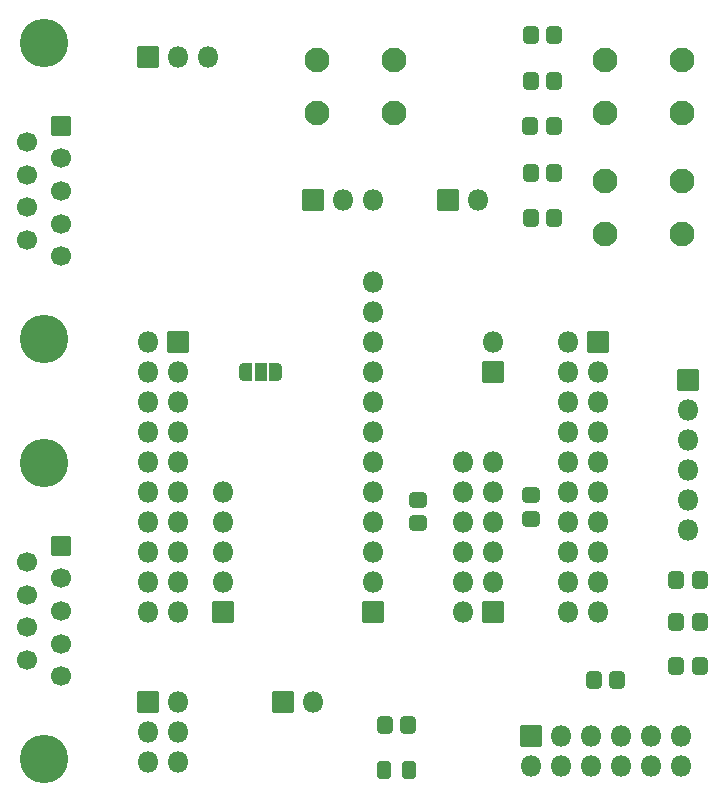
<source format=gts>
%TF.GenerationSoftware,KiCad,Pcbnew,6.0.11-2627ca5db0~126~ubuntu22.04.1*%
%TF.CreationDate,2023-02-25T20:17:50+01:00*%
%TF.ProjectId,MiSTdon,4d695354-646f-46e2-9e6b-696361645f70,rev?*%
%TF.SameCoordinates,Original*%
%TF.FileFunction,Soldermask,Top*%
%TF.FilePolarity,Negative*%
%FSLAX46Y46*%
G04 Gerber Fmt 4.6, Leading zero omitted, Abs format (unit mm)*
G04 Created by KiCad (PCBNEW 6.0.11-2627ca5db0~126~ubuntu22.04.1) date 2023-02-25 20:17:50*
%MOMM*%
%LPD*%
G01*
G04 APERTURE LIST*
G04 Aperture macros list*
%AMRoundRect*
0 Rectangle with rounded corners*
0 $1 Rounding radius*
0 $2 $3 $4 $5 $6 $7 $8 $9 X,Y pos of 4 corners*
0 Add a 4 corners polygon primitive as box body*
4,1,4,$2,$3,$4,$5,$6,$7,$8,$9,$2,$3,0*
0 Add four circle primitives for the rounded corners*
1,1,$1+$1,$2,$3*
1,1,$1+$1,$4,$5*
1,1,$1+$1,$6,$7*
1,1,$1+$1,$8,$9*
0 Add four rect primitives between the rounded corners*
20,1,$1+$1,$2,$3,$4,$5,0*
20,1,$1+$1,$4,$5,$6,$7,0*
20,1,$1+$1,$6,$7,$8,$9,0*
20,1,$1+$1,$8,$9,$2,$3,0*%
%AMFreePoly0*
4,1,37,0.585355,0.785355,0.600000,0.750000,0.600000,-0.750000,0.585355,-0.785355,0.550000,-0.800000,0.000000,-0.800000,-0.012524,-0.794812,-0.080857,-0.793560,-0.094851,-0.791293,-0.230166,-0.749018,-0.242962,-0.742915,-0.360972,-0.664360,-0.371540,-0.654911,-0.462760,-0.546392,-0.470252,-0.534356,-0.527347,-0.404597,-0.531159,-0.390943,-0.548742,-0.256483,-0.547388,-0.256306,-0.550000,-0.250000,
-0.550000,0.250000,-0.549522,0.251153,-0.549368,0.263802,-0.527557,0.403879,-0.523412,0.417435,-0.463164,0.545760,-0.455381,0.557609,-0.361537,0.663867,-0.350741,0.673055,-0.230846,0.748703,-0.217905,0.754492,-0.081598,0.793449,-0.067552,0.795373,-0.011991,0.795033,0.000000,0.800000,0.550000,0.800000,0.585355,0.785355,0.585355,0.785355,$1*%
%AMFreePoly1*
4,1,37,0.012350,0.794884,0.074210,0.794507,0.088231,0.792412,0.224052,0.751793,0.236921,0.745846,0.355883,0.668739,0.366566,0.659420,0.459104,0.552023,0.466742,0.540080,0.525419,0.411028,0.529398,0.397421,0.549495,0.257088,0.550000,0.250000,0.550000,-0.250000,0.549996,-0.250610,0.549847,-0.262826,0.549158,-0.270511,0.525638,-0.410312,0.521328,-0.423818,0.459516,-0.551397,
0.451589,-0.563150,0.356454,-0.668254,0.345546,-0.677309,0.224736,-0.751486,0.211726,-0.757116,0.074953,-0.794405,0.060885,-0.796158,0.011462,-0.795252,0.000000,-0.800000,-0.550000,-0.800000,-0.585355,-0.785355,-0.600000,-0.750000,-0.600000,0.750000,-0.585355,0.785355,-0.550000,0.800000,0.000000,0.800000,0.012350,0.794884,0.012350,0.794884,$1*%
G04 Aperture macros list end*
%ADD10RoundRect,0.050000X0.850000X-0.850000X0.850000X0.850000X-0.850000X0.850000X-0.850000X-0.850000X0*%
%ADD11O,1.800000X1.800000*%
%ADD12C,4.100000*%
%ADD13RoundRect,0.050000X-0.800000X0.800000X-0.800000X-0.800000X0.800000X-0.800000X0.800000X0.800000X0*%
%ADD14C,1.700000*%
%ADD15RoundRect,0.300000X-0.325000X-0.450000X0.325000X-0.450000X0.325000X0.450000X-0.325000X0.450000X0*%
%ADD16RoundRect,0.050000X0.850000X0.850000X-0.850000X0.850000X-0.850000X-0.850000X0.850000X-0.850000X0*%
%ADD17RoundRect,0.300000X-0.350000X-0.450000X0.350000X-0.450000X0.350000X0.450000X-0.350000X0.450000X0*%
%ADD18RoundRect,0.050000X-0.850000X-0.850000X0.850000X-0.850000X0.850000X0.850000X-0.850000X0.850000X0*%
%ADD19C,2.100000*%
%ADD20RoundRect,0.300000X-0.450000X0.350000X-0.450000X-0.350000X0.450000X-0.350000X0.450000X0.350000X0*%
%ADD21FreePoly0,0.000000*%
%ADD22RoundRect,0.050000X-0.500000X-0.750000X0.500000X-0.750000X0.500000X0.750000X-0.500000X0.750000X0*%
%ADD23FreePoly1,0.000000*%
%ADD24RoundRect,0.300000X0.350000X0.450000X-0.350000X0.450000X-0.350000X-0.450000X0.350000X-0.450000X0*%
%ADD25RoundRect,0.300000X0.450000X-0.350000X0.450000X0.350000X-0.450000X0.350000X-0.450000X-0.350000X0*%
G04 APERTURE END LIST*
D10*
%TO.C,J7*%
X153035000Y-113340000D03*
D11*
X155575000Y-113340000D03*
X158115000Y-113340000D03*
X160655000Y-113340000D03*
X163195000Y-113340000D03*
X165735000Y-113340000D03*
X153035000Y-115880000D03*
X155575000Y-115880000D03*
X158115000Y-115880000D03*
X160655000Y-115880000D03*
X163195000Y-115880000D03*
X165735000Y-115880000D03*
%TD*%
D12*
%TO.C,J9*%
X111840331Y-115270000D03*
X111840331Y-90270000D03*
D13*
X113260331Y-97230000D03*
D14*
X113260331Y-100000000D03*
X113260331Y-102770000D03*
X113260331Y-105540000D03*
X113260331Y-108310000D03*
X110420331Y-98615000D03*
X110420331Y-101385000D03*
X110420331Y-104155000D03*
X110420331Y-106925000D03*
%TD*%
D15*
%TO.C,D1*%
X140661000Y-116230000D03*
X142711000Y-116230000D03*
%TD*%
D10*
%TO.C,J10*%
X120665000Y-55855000D03*
D11*
X123205000Y-55855000D03*
X125745000Y-55855000D03*
%TD*%
D16*
%TO.C,J2*%
X139700000Y-102870000D03*
D11*
X139700000Y-100330000D03*
X139700000Y-97790000D03*
X139700000Y-95250000D03*
X139700000Y-92710000D03*
X139700000Y-90170000D03*
X139700000Y-87630000D03*
X139700000Y-85090000D03*
X139700000Y-82550000D03*
X139700000Y-80010000D03*
X139700000Y-77470000D03*
X139700000Y-74930000D03*
%TD*%
D17*
%TO.C,R10*%
X165370000Y-103710000D03*
X167370000Y-103710000D03*
%TD*%
D18*
%TO.C,J6*%
X120650000Y-110490000D03*
D11*
X123190000Y-110490000D03*
X120650000Y-113030000D03*
X123190000Y-113030000D03*
X120650000Y-115570000D03*
X123190000Y-115570000D03*
%TD*%
D17*
%TO.C,R12*%
X140686000Y-112395000D03*
X142686000Y-112395000D03*
%TD*%
D19*
%TO.C,SW4*%
X165810000Y-66330000D03*
X159310000Y-66330000D03*
X165810000Y-70830000D03*
X159310000Y-70830000D03*
%TD*%
D17*
%TO.C,R8*%
X153040000Y-69510000D03*
X155040000Y-69510000D03*
%TD*%
%TO.C,R9*%
X165370000Y-100115000D03*
X167370000Y-100115000D03*
%TD*%
D16*
%TO.C,J3*%
X127000000Y-102870000D03*
D11*
X127000000Y-100330000D03*
X127000000Y-97790000D03*
X127000000Y-95250000D03*
X127000000Y-92710000D03*
%TD*%
D10*
%TO.C,JP4*%
X146050000Y-67945000D03*
D11*
X148590000Y-67945000D03*
%TD*%
D17*
%TO.C,R4*%
X153040000Y-53975000D03*
X155040000Y-53975000D03*
%TD*%
D19*
%TO.C,SW1*%
X134945000Y-56100000D03*
X141445000Y-56100000D03*
X134945000Y-60600000D03*
X141445000Y-60600000D03*
%TD*%
D17*
%TO.C,R7*%
X153040000Y-65700000D03*
X155040000Y-65700000D03*
%TD*%
D20*
%TO.C,R2*%
X153045000Y-92980000D03*
X153045000Y-94980000D03*
%TD*%
D10*
%TO.C,JP3*%
X134620000Y-67945000D03*
D11*
X137160000Y-67945000D03*
X139700000Y-67945000D03*
%TD*%
D18*
%TO.C,J11*%
X166370000Y-83175000D03*
D11*
X166370000Y-85715000D03*
X166370000Y-88255000D03*
X166370000Y-90795000D03*
X166370000Y-93335000D03*
X166370000Y-95875000D03*
%TD*%
D21*
%TO.C,JP2*%
X128875000Y-82550000D03*
D22*
X130175000Y-82550000D03*
D23*
X131475000Y-82550000D03*
%TD*%
D24*
%TO.C,R1*%
X160385000Y-108585000D03*
X158385000Y-108585000D03*
%TD*%
D12*
%TO.C,J8*%
X111840331Y-79710000D03*
X111840331Y-54710000D03*
D13*
X113260331Y-61670000D03*
D14*
X113260331Y-64440000D03*
X113260331Y-67210000D03*
X113260331Y-69980000D03*
X113260331Y-72750000D03*
X110420331Y-63055000D03*
X110420331Y-65825000D03*
X110420331Y-68595000D03*
X110420331Y-71365000D03*
%TD*%
D17*
%TO.C,R6*%
X152997064Y-61730000D03*
X154997064Y-61730000D03*
%TD*%
D19*
%TO.C,SW3*%
X165810000Y-56120000D03*
X159310000Y-56120000D03*
X159310000Y-60620000D03*
X165810000Y-60620000D03*
%TD*%
D17*
%TO.C,R5*%
X153040000Y-57900000D03*
X155040000Y-57900000D03*
%TD*%
%TO.C,R11*%
X165370000Y-107442000D03*
X167370000Y-107442000D03*
%TD*%
D16*
%TO.C,JP5*%
X149860000Y-82550000D03*
D11*
X149860000Y-80010000D03*
%TD*%
D25*
%TO.C,R3*%
X143510000Y-95345000D03*
X143510000Y-93345000D03*
%TD*%
D16*
%TO.C,J1*%
X149860000Y-102870000D03*
D11*
X149860000Y-100330000D03*
X149860000Y-97790000D03*
X149860000Y-95250000D03*
X149860000Y-92710000D03*
X149860000Y-90170000D03*
X147320000Y-102870000D03*
X147320000Y-100330000D03*
X147320000Y-97790000D03*
X147320000Y-95250000D03*
X147320000Y-92710000D03*
X147320000Y-90170000D03*
%TD*%
D10*
%TO.C,JP1*%
X132080000Y-110490000D03*
D11*
X134620000Y-110490000D03*
%TD*%
D16*
%TO.C,J4*%
X123190000Y-80010000D03*
D11*
X120650000Y-80010000D03*
X123190000Y-82550000D03*
X120650000Y-82550000D03*
X123190000Y-85090000D03*
X120650000Y-85090000D03*
X123190000Y-87630000D03*
X120650000Y-87630000D03*
X123190000Y-90170000D03*
X120650000Y-90170000D03*
X123190000Y-92710000D03*
X120650000Y-92710000D03*
X123190000Y-95250000D03*
X120650000Y-95250000D03*
X123190000Y-97790000D03*
X120650000Y-97790000D03*
X123190000Y-100330000D03*
X120650000Y-100330000D03*
X123190000Y-102870000D03*
X120650000Y-102870000D03*
%TD*%
D16*
%TO.C,J5*%
X158750000Y-80010000D03*
D11*
X156210000Y-80010000D03*
X158750000Y-82550000D03*
X156210000Y-82550000D03*
X158750000Y-85090000D03*
X156210000Y-85090000D03*
X158750000Y-87630000D03*
X156210000Y-87630000D03*
X158750000Y-90170000D03*
X156210000Y-90170000D03*
X158750000Y-92710000D03*
X156210000Y-92710000D03*
X158750000Y-95250000D03*
X156210000Y-95250000D03*
X158750000Y-97790000D03*
X156210000Y-97790000D03*
X158750000Y-100330000D03*
X156210000Y-100330000D03*
X158750000Y-102870000D03*
X156210000Y-102870000D03*
%TD*%
M02*

</source>
